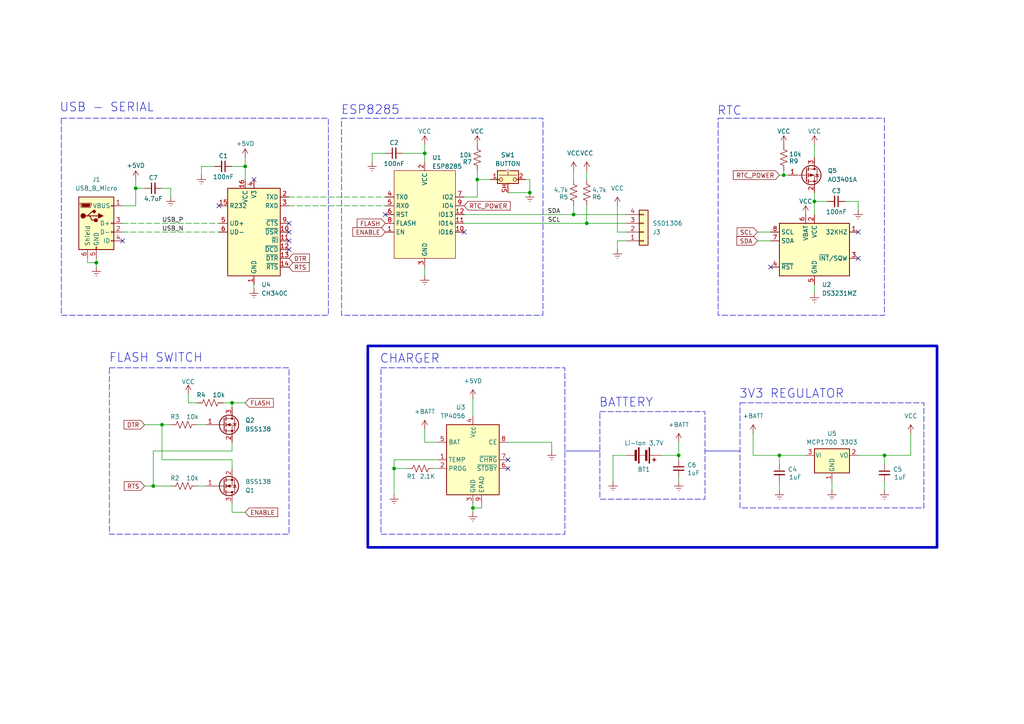
<source format=kicad_sch>
(kicad_sch (version 20250114) (generator "eeschema") (generator_version "9.0")
  (paper "A4")
  (title_block (title "μClock") (date "2025-06-17") (rev "2") (comment 1 "Sirio Guy") (comment 2 "Ultra-precise handheld digital clock. Powered by ESP8285"))
  (lib_symbols
    (symbol "Battery_Management:TP4056-42-ESOP8"
      (property "Reference" "U" (at -6.604 11.684 0))
      (property "Value" "TP4056-42-ESOP8" (at 10.16 11.684 0))
      (symbol "TP4056-42-ESOP8_1_0"
        (pin input line (at -10.16 5.08 0) (length 2.54) (name "CE") (number "8"))
        (pin open_collector line (at -10.16 0 0) (length 2.54) (name "~{CHRG}") (number "7"))
        (pin open_collector line (at -10.16 -2.54 0) (length 2.54) (name "~{STDBY}") (number "6"))
        (pin passive line (at -2.54 -12.7 90) (length 2.54) (name "EPAD") (number "9"))
        (pin power_in line (at 0 12.7 270) (length 2.54) (name "V_{CC}") (number "4"))
        (pin power_in line (at 0 -12.7 90) (length 2.54) (name "GND") (number "3"))
        (pin power_out line (at 10.16 5.08 180) (length 2.54) (name "BAT") (number "5"))
        (pin input line (at 10.16 0 180) (length 2.54) (name "TEMP") (number "1"))
        (pin passive line (at 10.16 -2.54 180) (length 2.54) (name "PROG") (number "2"))
      )
      (symbol "TP4056-42-ESOP8_1_1"
        (rectangle (start -7.62 10.16) (end 7.62 -10.16) (stroke (width 0.254)) (fill (type background)))
      )
    )
    (symbol "Connector:USB_B_Micro" (pin_names (offset 1.016))
      (property "Reference" "J" (at -5.08 11.43 0))
      (property "Value" "USB_B_Micro" (at -5.08 8.89 0))
      (symbol "USB_B_Micro_0_1"
        (rectangle (start -5.08 -7.62) (end 5.08 7.62) (stroke (width 0.254)) (fill (type background)))
        (polyline (pts (xy -4.699 5.842) (xy -4.699 5.588) (xy -4.445 4.826) (xy -4.445 4.572) (xy -1.651 4.572) (xy -1.651 4.826) (xy -1.397 5.588) (xy -1.397 5.842) (xy -4.699 5.842)))
        (polyline (pts (xy -4.318 5.588) (xy -1.778 5.588) (xy -2.032 4.826) (xy -4.064 4.826) (xy -4.318 5.588)) (fill (type outline)))
        (circle (center -3.81 2.159) (radius 0.635) (stroke (width 0.254)) (fill (type outline)))
        (polyline (pts (xy -3.175 2.159) (xy -2.54 2.159) (xy -1.27 3.429) (xy -0.635 3.429)) (stroke (width 0.254)))
        (polyline (pts (xy -2.54 2.159) (xy -1.905 2.159) (xy -1.27 0.889) (xy 0 0.889)) (stroke (width 0.254)))
        (polyline (pts (xy -1.905 2.159) (xy 0.635 2.159)) (stroke (width 0.254)))
        (circle (center -0.635 3.429) (radius 0.381) (stroke (width 0.254)) (fill (type outline)))
        (rectangle (start -0.127 -7.62) (end 0.127 -6.858))
        (rectangle (start 0.254 1.27) (end -0.508 0.508) (stroke (width 0.254)) (fill (type outline)))
        (polyline (pts (xy 0.635 2.794) (xy 0.635 1.524) (xy 1.905 2.159) (xy 0.635 2.794)) (stroke (width 0.254)) (fill (type outline)))
        (rectangle (start 5.08 4.953) (end 4.318 5.207))
        (rectangle (start 5.08 -0.127) (end 4.318 0.127))
        (rectangle (start 5.08 -2.667) (end 4.318 -2.413))
        (rectangle (start 5.08 -5.207) (end 4.318 -4.953))
      )
      (symbol "USB_B_Micro_1_1"
        (pin passive line (at -2.54 -10.16 90) (length 2.54) (name "Shield") (number "6"))
        (pin power_out line (at 0 -10.16 90) (length 2.54) (name "GND") (number "5"))
        (pin power_out line (at 7.62 5.08 180) (length 2.54) (name "VBUS") (number "1"))
        (pin bidirectional line (at 7.62 0 180) (length 2.54) (name "D+") (number "3"))
        (pin bidirectional line (at 7.62 -2.54 180) (length 2.54) (name "D-") (number "2"))
        (pin passive line (at 7.62 -5.08 180) (length 2.54) (name "ID") (number "4"))
      )
    )
    (symbol "Connector_Generic:Conn_01x04" (pin_names (offset 1.016) (hide yes))
      (property "Reference" "J" (at 0 5.08 0))
      (property "Value" "Conn_01x04" (at 0 -7.62 0))
      (symbol "Conn_01x04_1_1"
        (rectangle (start -1.27 3.81) (end 1.27 -6.35) (stroke (width 0.254)) (fill (type background)))
        (rectangle (start -1.27 2.667) (end 0 2.413) (stroke (width 0.1524)))
        (rectangle (start -1.27 0.127) (end 0 -0.127) (stroke (width 0.1524)))
        (rectangle (start -1.27 -2.413) (end 0 -2.667) (stroke (width 0.1524)))
        (rectangle (start -1.27 -4.953) (end 0 -5.207) (stroke (width 0.1524)))
        (pin passive line (at -5.08 2.54 0) (length 3.81) (name "Pin_1") (number "1"))
        (pin passive line (at -5.08 0 0) (length 3.81) (name "Pin_2") (number "2"))
        (pin passive line (at -5.08 -2.54 0) (length 3.81) (name "Pin_3") (number "3"))
        (pin passive line (at -5.08 -5.08 0) (length 3.81) (name "Pin_4") (number "4"))
      )
    )
    (symbol "Device:Battery" (pin_numbers (hide yes)) (pin_names (offset 0) (hide yes))
      (property "Reference" "BT" (at 2.54 2.54 0))
      (property "Value" "Battery" (at 2.54 0 0))
      (symbol "Battery_0_1"
        (rectangle (start -2.286 1.778) (end 2.286 1.524) (fill (type outline)))
        (rectangle (start -2.286 -1.27) (end 2.286 -1.524) (fill (type outline)))
        (rectangle (start -1.524 1.016) (end 1.524 0.508) (fill (type outline)))
        (rectangle (start -1.524 -2.032) (end 1.524 -2.54) (fill (type outline)))
        (polyline (pts (xy 0 1.778) (xy 0 2.54)))
        (polyline (pts (xy 0 0) (xy 0 0.254)))
        (polyline (pts (xy 0 -0.508) (xy 0 -0.254)))
        (polyline (pts (xy 0 -1.016) (xy 0 -0.762)))
        (polyline (pts (xy 0.762 3.048) (xy 1.778 3.048)) (stroke (width 0.254)))
        (polyline (pts (xy 1.27 3.556) (xy 1.27 2.54)) (stroke (width 0.254)))
      )
      (symbol "Battery_1_1"
        (pin passive line (at 0 5.08 270) (length 2.54) (name "+") (number "1"))
        (pin passive line (at 0 -5.08 90) (length 2.54) (name "-") (number "2"))
      )
    )
    (symbol "Device:C_Small" (pin_numbers (hide yes)) (pin_names (offset 0.254) (hide yes))
      (property "Reference" "C" (at 0.254 1.778 0))
      (property "Value" "C_Small" (at 0.254 -2.032 0))
      (symbol "C_Small_0_1"
        (polyline (pts (xy -1.524 0.508) (xy 1.524 0.508)) (stroke (width 0.3048)))
        (polyline (pts (xy -1.524 -0.508) (xy 1.524 -0.508)) (stroke (width 0.3302)))
      )
      (symbol "C_Small_1_1"
        (pin passive line (at 0 2.54 270) (length 2.032) (name "~") (number "1"))
        (pin passive line (at 0 -2.54 90) (length 2.032) (name "~") (number "2"))
      )
    )
    (symbol "Device:R_US" (pin_numbers (hide yes)) (pin_names (offset 0))
      (property "Reference" "R" (at 2.54 0 90))
      (property "Value" "R_US" (at -2.54 0 90))
      (symbol "R_US_0_1"
        (polyline (pts (xy 0 2.286) (xy 0 2.54)))
        (polyline (pts (xy 0 2.286) (xy 1.016 1.905) (xy 0 1.524) (xy -1.016 1.143) (xy 0 0.762)))
        (polyline (pts (xy 0 0.762) (xy 1.016 0.381) (xy 0 0) (xy -1.016 -0.381) (xy 0 -0.762)))
        (polyline (pts (xy 0 -0.762) (xy 1.016 -1.143) (xy 0 -1.524) (xy -1.016 -1.905) (xy 0 -2.286)))
        (polyline (pts (xy 0 -2.286) (xy 0 -2.54)))
      )
      (symbol "R_US_1_1"
        (pin passive line (at 0 3.81 270) (length 1.27) (name "~") (number "1"))
        (pin passive line (at 0 -3.81 90) (length 1.27) (name "~") (number "2"))
      )
    )
    (symbol "ESP Modules:ESP8285_ESP-M3"
      (property "Reference" "U" (at 7.874 17.78 0))
      (property "Value" "ESP8285 ESP-M3" (at -15.748 14.986 0))
      (symbol "ESP8285_ESP-M3_1_1"
        (rectangle (start -8.89 16.51) (end 8.89 -8.89) (fill (type background)))
        (pin input line (at -11.43 8.89 0) (length 2.54) (name "TX0") (number "4"))
        (pin input line (at -11.43 6.35 0) (length 2.54) (name "RX0") (number "5"))
        (pin input line (at -11.43 3.81 0) (length 2.54) (name "RST") (number "6"))
        (pin input line (at -11.43 1.27 0) (length 2.54) (name "FLASH") (number "8"))
        (pin input line (at -11.43 -1.27 0) (length 2.54) (name "EN") (number "1"))
        (pin input line (at 0 19.05 270) (length 2.54) (name "VCC") (number "2"))
        (pin input line (at 0 -11.43 90) (length 2.54) (name "GND") (number "3"))
        (pin input line (at 11.43 8.89 180) (length 2.54) (name "IO2") (number "7"))
        (pin input line (at 11.43 6.35 180) (length 2.54) (name "IO4") (number "9"))
        (pin input line (at 11.43 3.81 180) (length 2.54) (name "IO13") (number "12"))
        (pin input line (at 11.43 1.27 180) (length 2.54) (name "IO14") (number "11"))
        (pin input line (at 11.43 -1.27 180) (length 2.54) (name "IO16") (number "10"))
      )
    )
    (symbol "Interface_USB:CH340C"
      (property "Reference" "U" (at -5.08 13.97 0))
      (property "Value" "CH340C" (at 1.27 13.97 0))
      (symbol "CH340C_0_1"
        (rectangle (start -7.62 12.7) (end 7.62 -12.7) (stroke (width 0.254)) (fill (type background)))
      )
      (symbol "CH340C_1_1"
        (pin input line (at -10.16 7.62 0) (length 2.54) (name "R232") (number "15"))
        (pin bidirectional line (at -10.16 2.54 0) (length 2.54) (name "UD+") (number "5"))
        (pin bidirectional line (at -10.16 0 0) (length 2.54) (name "UD-") (number "6"))
        (pin no_connect line (at -7.62 -5.08 0) (length 2.54) (hide yes) (name "NC") (number "7"))
        (pin no_connect line (at -7.62 -7.62 0) (length 2.54) (hide yes) (name "NC") (number "8"))
        (pin power_in line (at -2.54 15.24 270) (length 2.54) (name "VCC") (number "16"))
        (pin power_out line (at 0 15.24 270) (length 2.54) (name "V3") (number "4"))
        (pin power_in line (at 0 -15.24 90) (length 2.54) (name "GND") (number "1"))
        (pin output line (at 10.16 10.16 180) (length 2.54) (name "TXD") (number "2"))
        (pin input line (at 10.16 7.62 180) (length 2.54) (name "RXD") (number "3"))
        (pin input line (at 10.16 2.54 180) (length 2.54) (name "~{CTS}") (number "9"))
        (pin input line (at 10.16 0 180) (length 2.54) (name "~{DSR}") (number "10"))
        (pin input line (at 10.16 -2.54 180) (length 2.54) (name "~{RI}") (number "11"))
        (pin input line (at 10.16 -5.08 180) (length 2.54) (name "~{DCD}") (number "12"))
        (pin output line (at 10.16 -7.62 180) (length 2.54) (name "~{DTR}") (number "13"))
        (pin output line (at 10.16 -10.16 180) (length 2.54) (name "~{RTS}") (number "14"))
      )
    )
    (symbol "Regulator_Linear:MCP1700x-330xxTT" (pin_names (offset 0.254))
      (property "Reference" "U" (at -3.81 3.175 0))
      (property "Value" "MCP1700x-330xxTT" (at 0 3.175 0))
      (symbol "MCP1700x-330xxTT_0_1"
        (rectangle (start -5.08 1.905) (end 5.08 -5.08) (stroke (width 0.254)) (fill (type background)))
      )
      (symbol "MCP1700x-330xxTT_1_1"
        (pin power_in line (at -7.62 0 0) (length 2.54) (name "VI") (number "3"))
        (pin power_in line (at 0 -7.62 90) (length 2.54) (name "GND") (number "1"))
        (pin power_out line (at 7.62 0 180) (length 2.54) (name "VO") (number "2"))
      )
    )
    (symbol "Switch:SW_Push_Shielded" (pin_names (offset 1.016) (hide yes))
      (property "Reference" "SW" (at 4.318 2.032 0))
      (property "Value" "SW_Push_Shielded" (at 0 4.572 0))
      (symbol "SW_Push_Shielded_0_1"
        (circle (center -2.032 0) (radius 0.508))
        (polyline (pts (xy 0 1.27) (xy 0 3.048)))
        (polyline (pts (xy 0.508 2.54) (xy 3.048 2.54) (xy 3.048 -1.143) (xy -3.048 -1.143) (xy -3.048 2.54) (xy -0.508 2.54)) (stroke (width -0.0254)))
        (polyline (pts (xy 0.508 2.54) (xy 3.048 2.54) (xy 3.048 -1.143) (xy -3.048 -1.143) (xy -3.048 2.54) (xy -0.508 2.54)) (stroke (width 0.254)))
        (circle (center 2.032 0) (radius 0.508))
        (polyline (pts (xy 2.54 1.27) (xy -2.54 1.27)))
        (pin passive line (at -5.08 0 0) (length 2.54) (name "1") (number "1"))
        (pin passive line (at 5.08 0 180) (length 2.54) (name "2") (number "2"))
      )
      (symbol "SW_Push_Shielded_1_1"
        (rectangle (start -3.048 2.54) (end 3.048 -1.27) (stroke (width -0.0254)) (fill (type background)))
        (pin passive line (at 0 -3.81 90) (length 2.54) (name "B") (number "SH"))
      )
    )
    (symbol "Timer_RTC:DS3231MZ"
      (property "Reference" "U" (at -7.62 8.89 0))
      (property "Value" "DS3231MZ" (at 11.43 8.89 0))
      (symbol "DS3231MZ_0_1"
        (rectangle (start -10.16 7.62) (end 10.16 -7.62) (stroke (width 0.254)) (fill (type background)))
      )
      (symbol "DS3231MZ_1_1"
        (pin input line (at -12.7 5.08 0) (length 2.54) (name "SCL") (number "8"))
        (pin bidirectional line (at -12.7 2.54 0) (length 2.54) (name "SDA") (number "7"))
        (pin bidirectional line (at -12.7 -5.08 0) (length 2.54) (name "~{RST}") (number "4"))
        (pin power_in line (at -2.54 10.16 270) (length 2.54) (name "VBAT") (number "6"))
        (pin power_in line (at 0 10.16 270) (length 2.54) (name "VCC") (number "2"))
        (pin power_in line (at 0 -10.16 90) (length 2.54) (name "GND") (number "5"))
        (pin open_collector line (at 12.7 5.08 180) (length 2.54) (name "32KHZ") (number "1"))
        (pin open_collector line (at 12.7 -2.54 180) (length 2.54) (name "~{INT}/SQW") (number "3"))
      )
    )
    (symbol "Transistor_FET:AO3401A" (pin_names (hide yes))
      (property "Reference" "Q" (at 5.08 1.905 0))
      (property "Value" "AO3401A" (at 5.08 0 0))
      (symbol "AO3401A_0_1"
        (polyline (pts (xy 0.254 1.905) (xy 0.254 -1.905)) (stroke (width 0.254)))
        (polyline (pts (xy 0.254 0) (xy -2.54 0)))
        (polyline (pts (xy 0.762 2.286) (xy 0.762 1.27)) (stroke (width 0.254)))
        (polyline (pts (xy 0.762 1.778) (xy 3.302 1.778) (xy 3.302 -1.778) (xy 0.762 -1.778)))
        (polyline (pts (xy 0.762 0.508) (xy 0.762 -0.508)) (stroke (width 0.254)))
        (polyline (pts (xy 0.762 -1.27) (xy 0.762 -2.286)) (stroke (width 0.254)))
        (circle (center 1.651 0) (radius 2.794) (stroke (width 0.254)))
        (polyline (pts (xy 2.286 0) (xy 1.27 0.381) (xy 1.27 -0.381) (xy 2.286 0)) (fill (type outline)))
        (polyline (pts (xy 2.54 2.54) (xy 2.54 1.778)))
        (circle (center 2.54 1.778) (radius 0.254) (fill (type outline)))
        (circle (center 2.54 -1.778) (radius 0.254) (fill (type outline)))
        (polyline (pts (xy 2.54 -2.54) (xy 2.54 0) (xy 0.762 0)))
        (polyline (pts (xy 2.794 -0.508) (xy 2.921 -0.381) (xy 3.683 -0.381) (xy 3.81 -0.254)))
        (polyline (pts (xy 3.302 -0.381) (xy 2.921 0.254) (xy 3.683 0.254) (xy 3.302 -0.381)))
      )
      (symbol "AO3401A_1_1"
        (pin input line (at -5.08 0 0) (length 2.54) (name "G") (number "1"))
        (pin passive line (at 2.54 5.08 270) (length 2.54) (name "D") (number "3"))
        (pin passive line (at 2.54 -5.08 90) (length 2.54) (name "S") (number "2"))
      )
    )
    (symbol "Transistor_FET:BSS138" (pin_names (hide yes))
      (property "Reference" "Q" (at 5.08 1.905 0))
      (property "Value" "BSS138" (at 5.08 0 0))
      (symbol "BSS138_0_1"
        (polyline (pts (xy 0.254 1.905) (xy 0.254 -1.905)) (stroke (width 0.254)))
        (polyline (pts (xy 0.254 0) (xy -2.54 0)))
        (polyline (pts (xy 0.762 2.286) (xy 0.762 1.27)) (stroke (width 0.254)))
        (polyline (pts (xy 0.762 0.508) (xy 0.762 -0.508)) (stroke (width 0.254)))
        (polyline (pts (xy 0.762 -1.27) (xy 0.762 -2.286)) (stroke (width 0.254)))
        (polyline (pts (xy 0.762 -1.778) (xy 3.302 -1.778) (xy 3.302 1.778) (xy 0.762 1.778)))
        (polyline (pts (xy 1.016 0) (xy 2.032 0.381) (xy 2.032 -0.381) (xy 1.016 0)) (fill (type outline)))
        (circle (center 1.651 0) (radius 2.794) (stroke (width 0.254)))
        (polyline (pts (xy 2.54 2.54) (xy 2.54 1.778)))
        (circle (center 2.54 1.778) (radius 0.254) (fill (type outline)))
        (circle (center 2.54 -1.778) (radius 0.254) (fill (type outline)))
        (polyline (pts (xy 2.54 -2.54) (xy 2.54 0) (xy 0.762 0)))
        (polyline (pts (xy 2.794 0.508) (xy 2.921 0.381) (xy 3.683 0.381) (xy 3.81 0.254)))
        (polyline (pts (xy 3.302 0.381) (xy 2.921 -0.254) (xy 3.683 -0.254) (xy 3.302 0.381)))
      )
      (symbol "BSS138_1_1"
        (pin input line (at -5.08 0 0) (length 2.54) (name "G") (number "1"))
        (pin passive line (at 2.54 5.08 270) (length 2.54) (name "D") (number "3"))
        (pin passive line (at 2.54 -5.08 90) (length 2.54) (name "S") (number "2"))
      )
    )
    (symbol "power:+5VD" (power) (pin_numbers (hide yes)) (pin_names (offset 0) (hide yes))
      (property "Value" "+5VD" (at 0 3.556 0))
      (symbol "+5VD_0_1"
        (polyline (pts (xy -0.762 1.27) (xy 0 2.54)))
        (polyline (pts (xy 0 2.54) (xy 0.762 1.27)))
        (polyline (pts (xy 0 0) (xy 0 2.54)))
      )
      (symbol "+5VD_1_1"
        (pin power_in line (at 0 0 90) (length 0) (name "~") (number "1"))
      )
    )
    (symbol "power:+BATT" (power) (pin_numbers (hide yes)) (pin_names (offset 0) (hide yes))
      (property "Value" "+BATT" (at 0 3.556 0))
      (symbol "+BATT_0_1"
        (polyline (pts (xy -0.762 1.27) (xy 0 2.54)))
        (polyline (pts (xy 0 2.54) (xy 0.762 1.27)))
        (polyline (pts (xy 0 0) (xy 0 2.54)))
      )
      (symbol "+BATT_1_1"
        (pin power_in line (at 0 0 90) (length 0) (name "~") (number "1"))
      )
    )
    (symbol "power:Earth" (power) (pin_numbers (hide yes)) (pin_names (offset 0) (hide yes))
      (property "Value" "Earth" (at 0 -3.81 0))
      (symbol "Earth_0_1"
        (polyline (pts (xy -0.635 -1.905) (xy 0.635 -1.905)))
        (polyline (pts (xy -0.127 -2.54) (xy 0.127 -2.54)))
        (polyline (pts (xy 0 -1.27) (xy 0 0)))
        (polyline (pts (xy 1.27 -1.27) (xy -1.27 -1.27)))
      )
      (symbol "Earth_1_1"
        (pin power_in line (at 0 0 270) (length 0) (name "~") (number "1"))
      )
    )
    (symbol "power:VCC" (power) (pin_numbers (hide yes)) (pin_names (offset 0) (hide yes))
      (property "Value" "VCC" (at 0 3.556 0))
      (symbol "VCC_0_1"
        (polyline (pts (xy -0.762 1.27) (xy 0 2.54)))
        (polyline (pts (xy 0 2.54) (xy 0.762 1.27)))
        (polyline (pts (xy 0 0) (xy 0 2.54)))
      )
      (symbol "VCC_1_1"
        (pin power_in line (at 0 0 90) (length 0) (name "~") (number "1"))
      )
    )
  )
  (rectangle (start 17.78 34.29) (end 95.25 91.44) (stroke (width 0) (type dash)))
  (rectangle (start 208.28 34.29) (end 256.54 91.44) (stroke (width 0) (type dash)))
  (rectangle (start 110.49 106.68) (end 163.83 154.94) (stroke (width 0) (type dash)))
  (rectangle (start 214.63 116.84) (end 267.97 147.32) (stroke (width 0) (type dash)))
  (rectangle (start 106.68 100.33) (end 271.78 158.75) (stroke (width 0.762)))
  (rectangle (start 173.99 119.38) (end 204.47 144.78) (stroke (width 0) (type dash)))
  (rectangle (start 99.06 34.29) (end 157.48 91.44) (stroke (width 0) (type dash)))
  (rectangle (start 31.75 106.68) (end 83.82 154.94) (stroke (width 0) (type dash)))
  (text "CHARGER" (at 118.872 104.14 0) (effects (font (size 2.54 2.54))))
  (text "USB - SERIAL" (at 30.988 31.242 0) (effects (font (size 2.54 2.54))))
  (text "RTC" (at 211.582 32.258 0) (effects (font (size 2.54 2.54))))
  (text "ESP8285\n" (at 107.442 32.004 0) (effects (font (size 2.54 2.54))))
  (text "3V3 REGULATOR\n" (at 229.616 114.3 0) (effects (font (size 2.54 2.54))))
  (text "BATTERY\n" (at 181.61 116.84 0) (effects (font (size 2.54 2.54))))
  (text "FLASH SWITCH\n" (at 45.212 103.886 0) (effects (font (size 2.54 2.54))))
  (junction (at 27.94 76.2))
  (junction (at 46.99 123.19))
  (junction (at 123.19 44.45))
  (junction (at 39.37 54.61))
  (junction (at 170.18 64.77))
  (junction (at 71.12 48.26))
  (junction (at 44.45 140.97))
  (junction (at 138.43 52.07))
  (junction (at 114.3 135.89))
  (junction (at 153.67 55.88))
  (junction (at 226.06 132.08))
  (junction (at 166.37 62.23))
  (junction (at 256.54 132.08))
  (junction (at 236.22 58.42))
  (junction (at 137.16 147.32))
  (junction (at 227.33 50.8))
  (junction (at 196.85 132.08))
  (junction (at 67.31 116.84))
  (no_connect (at 223.52 77.47))
  (no_connect (at 147.32 135.89))
  (no_connect (at 73.66 52.07))
  (no_connect (at 35.56 69.85))
  (no_connect (at 111.76 62.23))
  (no_connect (at 147.32 133.35))
  (no_connect (at 63.5 59.69))
  (no_connect (at 83.82 67.31))
  (no_connect (at 83.82 69.85))
  (no_connect (at 83.82 72.39))
  (no_connect (at 248.92 74.93))
  (no_connect (at 248.92 67.31))
  (no_connect (at 134.62 67.31))
  (no_connect (at 83.82 64.77))
  (wire (pts (xy 123.19 128.27) (xy 127 128.27)))
  (wire (pts (xy 35.56 64.77) (xy 63.5 64.77)) (stroke (width 0) (type dash)))
  (wire (pts (xy 160.02 128.27) (xy 160.02 130.81)))
  (wire (pts (xy 166.37 59.69) (xy 166.37 62.23)))
  (wire (pts (xy 134.62 62.23) (xy 166.37 62.23)))
  (polyline (pts (xy 163.83 130.81) (xy 173.99 130.81)))
  (wire (pts (xy 57.15 123.19) (xy 59.69 123.19)))
  (wire (pts (xy 71.12 48.26) (xy 71.12 52.07)))
  (wire (pts (xy 170.18 59.69) (xy 170.18 64.77)))
  (wire (pts (xy 218.44 132.08) (xy 226.06 132.08)))
  (wire (pts (xy 114.3 133.35) (xy 127 133.35)))
  (wire (pts (xy 256.54 132.08) (xy 264.16 132.08)))
  (wire (pts (xy 227.33 49.53) (xy 227.33 50.8)))
  (wire (pts (xy 137.16 115.57) (xy 137.16 120.65)))
  (wire (pts (xy 245.11 58.42) (xy 248.92 58.42)))
  (wire (pts (xy 236.22 55.88) (xy 236.22 58.42)))
  (wire (pts (xy 248.92 132.08) (xy 256.54 132.08)))
  (wire (pts (xy 134.62 64.77) (xy 170.18 64.77)))
  (wire (pts (xy 241.3 139.7) (xy 241.3 142.24)))
  (wire (pts (xy 39.37 59.69) (xy 39.37 54.61)))
  (wire (pts (xy 46.99 54.61) (xy 49.53 54.61)))
  (wire (pts (xy 181.61 67.31) (xy 179.07 67.31)))
  (wire (pts (xy 114.3 143.51) (xy 114.3 135.89)))
  (wire (pts (xy 123.19 124.46) (xy 123.19 128.27)))
  (wire (pts (xy 67.31 135.89) (xy 67.31 133.35)))
  (wire (pts (xy 236.22 82.55) (xy 236.22 85.09)))
  (wire (pts (xy 147.32 128.27) (xy 160.02 128.27)))
  (wire (pts (xy 123.19 44.45) (xy 123.19 46.99)))
  (wire (pts (xy 196.85 138.43) (xy 196.85 139.7)))
  (wire (pts (xy 41.91 54.61) (xy 39.37 54.61)))
  (wire (pts (xy 41.91 123.19) (xy 46.99 123.19)))
  (wire (pts (xy 226.06 139.7) (xy 226.06 142.24)))
  (wire (pts (xy 67.31 148.59) (xy 67.31 146.05)))
  (wire (pts (xy 179.07 67.31) (xy 179.07 59.69)))
  (wire (pts (xy 248.92 58.42) (xy 248.92 60.96)))
  (wire (pts (xy 166.37 62.23) (xy 181.61 62.23)))
  (wire (pts (xy 264.16 132.08) (xy 264.16 125.73)))
  (wire (pts (xy 147.32 55.88) (xy 153.67 55.88)))
  (wire (pts (xy 138.43 49.53) (xy 138.43 52.07)))
  (wire (pts (xy 196.85 128.27) (xy 196.85 132.08)))
  (wire (pts (xy 107.95 44.45) (xy 107.95 46.99)))
  (wire (pts (xy 54.61 116.84) (xy 54.61 114.3)))
  (wire (pts (xy 137.16 146.05) (xy 137.16 147.32)))
  (wire (pts (xy 152.4 52.07) (xy 153.67 52.07)))
  (wire (pts (xy 138.43 52.07) (xy 142.24 52.07)))
  (wire (pts (xy 218.44 125.73) (xy 218.44 132.08)))
  (wire (pts (xy 196.85 132.08) (xy 196.85 133.35)))
  (polyline (pts (xy 204.47 130.81) (xy 214.63 130.81)))
  (wire (pts (xy 57.15 116.84) (xy 54.61 116.84)))
  (wire (pts (xy 114.3 135.89) (xy 114.3 133.35)))
  (wire (pts (xy 236.22 58.42) (xy 240.03 58.42)))
  (wire (pts (xy 46.99 133.35) (xy 46.99 123.19)))
  (wire (pts (xy 219.71 67.31) (xy 223.52 67.31)))
  (wire (pts (xy 138.43 57.15) (xy 134.62 57.15)))
  (wire (pts (xy 71.12 116.84) (xy 67.31 116.84)))
  (wire (pts (xy 39.37 52.07) (xy 39.37 54.61)))
  (wire (pts (xy 25.4 76.2) (xy 27.94 76.2)))
  (wire (pts (xy 170.18 64.77) (xy 181.61 64.77)))
  (wire (pts (xy 256.54 139.7) (xy 256.54 142.24)))
  (wire (pts (xy 67.31 133.35) (xy 46.99 133.35)))
  (wire (pts (xy 123.19 77.47) (xy 123.19 80.01)))
  (wire (pts (xy 236.22 58.42) (xy 236.22 62.23)))
  (wire (pts (xy 139.7 146.05) (xy 139.7 147.32)))
  (wire (pts (xy 35.56 67.31) (xy 63.5 67.31)) (stroke (width 0) (type dash)))
  (wire (pts (xy 114.3 135.89) (xy 118.11 135.89)))
  (wire (pts (xy 44.45 130.81) (xy 67.31 130.81)))
  (wire (pts (xy 58.42 48.26) (xy 62.23 48.26)))
  (wire (pts (xy 46.99 123.19) (xy 49.53 123.19)))
  (wire (pts (xy 67.31 128.27) (xy 67.31 130.81)))
  (wire (pts (xy 64.77 116.84) (xy 67.31 116.84)))
  (wire (pts (xy 177.8 139.7) (xy 177.8 132.08)))
  (wire (pts (xy 116.84 44.45) (xy 123.19 44.45)))
  (wire (pts (xy 191.77 132.08) (xy 196.85 132.08)))
  (wire (pts (xy 41.91 140.97) (xy 44.45 140.97)))
  (wire (pts (xy 137.16 147.32) (xy 137.16 148.59)))
  (wire (pts (xy 219.71 69.85) (xy 223.52 69.85)))
  (wire (pts (xy 179.07 69.85) (xy 179.07 72.39)))
  (wire (pts (xy 256.54 134.62) (xy 256.54 132.08)))
  (wire (pts (xy 27.94 74.93) (xy 27.94 76.2)))
  (wire (pts (xy 57.15 140.97) (xy 59.69 140.97)))
  (wire (pts (xy 139.7 147.32) (xy 137.16 147.32)))
  (wire (pts (xy 58.42 48.26) (xy 58.42 50.8)))
  (wire (pts (xy 181.61 69.85) (xy 179.07 69.85)))
  (wire (pts (xy 71.12 148.59) (xy 67.31 148.59)))
  (wire (pts (xy 153.67 52.07) (xy 153.67 55.88)))
  (wire (pts (xy 226.06 50.8) (xy 227.33 50.8)))
  (wire (pts (xy 227.33 50.8) (xy 228.6 50.8)))
  (wire (pts (xy 170.18 49.53) (xy 170.18 52.07)))
  (wire (pts (xy 125.73 135.89) (xy 127 135.89)))
  (wire (pts (xy 166.37 49.53) (xy 166.37 52.07)))
  (wire (pts (xy 83.82 57.15) (xy 111.76 57.15)) (stroke (width 0) (type dash)))
  (wire (pts (xy 44.45 130.81) (xy 44.45 140.97)))
  (wire (pts (xy 71.12 45.72) (xy 71.12 48.26)))
  (wire (pts (xy 35.56 59.69) (xy 39.37 59.69)))
  (wire (pts (xy 67.31 48.26) (xy 71.12 48.26)))
  (wire (pts (xy 123.19 41.91) (xy 123.19 44.45)))
  (wire (pts (xy 67.31 118.11) (xy 67.31 116.84)))
  (wire (pts (xy 25.4 74.93) (xy 25.4 76.2)))
  (wire (pts (xy 138.43 52.07) (xy 138.43 57.15)))
  (wire (pts (xy 83.82 59.69) (xy 111.76 59.69)) (stroke (width 0) (type dash)))
  (wire (pts (xy 177.8 132.08) (xy 181.61 132.08)))
  (wire (pts (xy 27.94 76.2) (xy 27.94 77.47)))
  (wire (pts (xy 111.76 44.45) (xy 107.95 44.45)))
  (wire (pts (xy 44.45 140.97) (xy 49.53 140.97)))
  (wire (pts (xy 49.53 54.61) (xy 49.53 57.15)))
  (wire (pts (xy 236.22 41.91) (xy 236.22 45.72)))
  (wire (pts (xy 73.66 83.82) (xy 73.66 82.55)))
  (wire (pts (xy 226.06 134.62) (xy 226.06 132.08)))
  (wire (pts (xy 226.06 132.08) (xy 233.68 132.08)))
  (label "SDA" (at 162.56 62.23 180))
  (label "USB_P" (at 46.99 64.77 0))
  (label "SCL" (at 162.56 64.77 180))
  (label "USB_N" (at 46.99 67.31 0))
  (global_label "RTC_POWER" (shape input) (at 134.62 59.69 0) (property "Intersheetrefs" "${INTERSHEET_REFS}" (effects (hide yes))))
  (global_label "DTR" (shape input) (at 41.91 123.19 180) (property "Intersheetrefs" "${INTERSHEET_REFS}" (effects (hide yes))))
  (global_label "FLASH" (shape input) (at 71.12 116.84 0) (property "Intersheetrefs" "${INTERSHEET_REFS}" (effects (hide yes))))
  (global_label "RTS" (shape input) (at 41.91 140.97 180) (property "Intersheetrefs" "${INTERSHEET_REFS}" (effects (hide yes))))
  (global_label "SDA" (shape input) (at 219.71 69.85 180) (property "Intersheetrefs" "${INTERSHEET_REFS}" (effects (hide yes))))
  (global_label "RTC_POWER" (shape input) (at 226.06 50.8 180) (property "Intersheetrefs" "${INTERSHEET_REFS}" (effects (hide yes))))
  (global_label "RTS" (shape input) (at 83.82 77.47 0) (property "Intersheetrefs" "${INTERSHEET_REFS}" (effects (hide yes))))
  (global_label "DTR" (shape input) (at 83.82 74.93 0) (property "Intersheetrefs" "${INTERSHEET_REFS}" (effects (hide yes))))
  (global_label "FLASH" (shape input) (at 111.76 64.77 180) (property "Intersheetrefs" "${INTERSHEET_REFS}" (effects (hide yes))))
  (global_label "ENABLE" (shape input) (at 71.12 148.59 0) (property "Intersheetrefs" "${INTERSHEET_REFS}" (effects (hide yes))))
  (global_label "SCL" (shape input) (at 219.71 67.31 180) (property "Intersheetrefs" "${INTERSHEET_REFS}" (effects (hide yes))))
  (global_label "ENABLE" (shape input) (at 111.76 67.31 180) (property "Intersheetrefs" "${INTERSHEET_REFS}" (effects (hide yes))))
  (symbol (lib_id "Device:R_US") (at 121.92 135.89 90) (unit 1)
    (property "Reference" "R1" (at 120.65 138.176 90) (effects (justify left)))
    (property "Value" "2.1K" (at 126.238 138.176 90) (effects (justify left)))
    (property "Footprint" "Resistor_SMD:R_0603_1608Metric_Pad0.98x0.95mm_HandSolder" (effects (hide yes)))
    (property "Description" "Resistor, US symbol" (effects (hide yes)))
  )
  (symbol (lib_id "power:VCC") (at 227.33 41.91 0) (unit 1)
    (property "Reference" "#PWR027" (effects (hide yes)))
    (property "Value" "VCC" (at 227.33 38.1 0))
    (property "Description" "Power symbol creates a global label with name \"VCC\"" (effects (hide yes)))
  )
  (symbol (lib_id "power:Earth") (at 73.66 83.82 0) (unit 1)
    (property "Reference" "#PWR039" (effects (hide yes)))
    (property "Value" "Earth" (effects (hide yes)))
    (property "Description" "Power symbol creates a global label with name \"Earth\"" (effects (hide yes)))
  )
  (symbol (lib_id "power:Earth") (at 226.06 142.24 0) (mirror y) (unit 1)
    (property "Reference" "#PWR029" (effects (hide yes)))
    (property "Value" "Earth" (effects (hide yes)))
    (property "Description" "Power symbol creates a global label with name \"Earth\"" (effects (hide yes)))
  )
  (symbol (lib_id "power:Earth") (at 114.3 143.51 0) (unit 1)
    (property "Reference" "#PWR6" (effects (hide yes)))
    (property "Value" "Earth" (effects (hide yes)))
    (property "Description" "Power symbol creates a global label with name \"Earth\"" (effects (hide yes)))
  )
  (symbol (lib_id "power:VCC") (at 54.61 114.3 0) (unit 1)
    (property "Reference" "#PWR023" (effects (hide yes)))
    (property "Value" "VCC" (at 54.61 110.744 0))
    (property "Description" "Power symbol creates a global label with name \"VCC\"" (effects (hide yes)))
  )
  (symbol (lib_id "power:VCC") (at 264.16 125.73 0) (unit 1)
    (property "Reference" "#PWR11" (effects (hide yes)))
    (property "Value" "VCC" (at 264.16 120.65 0))
    (property "Description" "Power symbol creates a global label with name \"VCC\"" (effects (hide yes)))
  )
  (symbol (lib_id "power:Earth") (at 196.85 139.7 0) (unit 1)
    (property "Reference" "#PWR028" (effects (hide yes)))
    (property "Value" "Earth" (effects (hide yes)))
    (property "Description" "Power symbol creates a global label with name \"Earth\"" (effects (hide yes)))
  )
  (symbol (lib_id "power:Earth") (at 58.42 50.8 0) (mirror y) (unit 1)
    (property "Reference" "#PWR037" (effects (hide yes)))
    (property "Value" "Earth" (effects (hide yes)))
    (property "Description" "Power symbol creates a global label with name \"Earth\"" (effects (hide yes)))
  )
  (symbol (lib_id "Regulator_Linear:MCP1700x-330xxTT") (at 241.3 132.08 0) (unit 1)
    (property "Reference" "U5" (at 241.3 125.73 0))
    (property "Value" "MCP1700 3303" (at 241.3 128.27 0))
    (property "Footprint" "Package_TO_SOT_SMD:SOT-23" (effects (hide yes)))
    (property "Datasheet" "http://ww1.microchip.com/downloads/en/DeviceDoc/20001826D.pdf" (effects (hide yes)))
    (property "Description" "250mA Low Quiscent Current LDO, 3.3V output, SOT-23" (effects (hide yes)))
  )
  (symbol (lib_id "Device:C_Small") (at 114.3 44.45 90) (unit 1)
    (property "Reference" "C2" (at 114.3 41.402 90))
    (property "Value" "100nF" (at 114.3 47.498 90))
    (property "Footprint" "Capacitor_SMD:C_0603_1608Metric_Pad1.08x0.95mm_HandSolder" (effects (hide yes)))
    (property "Description" "Unpolarized capacitor, small symbol" (effects (hide yes)))
  )
  (symbol (lib_id "power:Earth") (at 107.95 46.99 0) (unit 1)
    (property "Reference" "#PWR024" (effects (hide yes)))
    (property "Value" "Earth" (effects (hide yes)))
    (property "Description" "Power symbol creates a global label with name \"Earth\"" (effects (hide yes)))
  )
  (symbol (lib_id "Device:C_Small") (at 242.57 58.42 270) (mirror x) (unit 1)
    (property "Reference" "C3" (at 242.57 55.372 90))
    (property "Value" "100nF" (at 242.57 61.468 90))
    (property "Footprint" "Capacitor_SMD:C_0603_1608Metric_Pad1.08x0.95mm_HandSolder" (effects (hide yes)))
    (property "Description" "Unpolarized capacitor, small symbol" (effects (hide yes)))
  )
  (symbol (lib_id "Device:C_Small") (at 196.85 135.89 0) (mirror y) (unit 1)
    (property "Reference" "C6" (at 200.66 134.874 0))
    (property "Value" "1uF" (at 201.168 137.16 0))
    (property "Footprint" "Capacitor_SMD:C_0603_1608Metric_Pad1.08x0.95mm_HandSolder" (effects (hide yes)))
    (property "Description" "Unpolarized capacitor, small symbol" (effects (hide yes)))
  )
  (symbol (lib_id "power:VCC") (at 170.18 49.53 0) (unit 1)
    (property "Reference" "#PWR17" (effects (hide yes)))
    (property "Value" "VCC" (at 170.18 44.45 0))
    (property "Description" "Power symbol creates a global label with name \"VCC\"" (effects (hide yes)))
  )
  (symbol (lib_id "Device:R_US") (at 166.37 55.88 180) (unit 1)
    (property "Reference" "R5" (at 164.846 57.15 0) (effects (justify left)))
    (property "Value" "4.7k" (at 164.846 55.118 0) (effects (justify left)))
    (property "Footprint" "Resistor_SMD:R_0603_1608Metric_Pad0.98x0.95mm_HandSolder" (effects (hide yes)))
    (property "Description" "Resistor, US symbol" (effects (hide yes)))
  )
  (symbol (lib_id "Device:C_Small") (at 256.54 137.16 0) (mirror y) (unit 1)
    (property "Reference" "C5" (at 260.35 136.144 0))
    (property "Value" "1uF" (at 261.112 138.43 0))
    (property "Footprint" "Capacitor_SMD:C_0603_1608Metric_Pad1.08x0.95mm_HandSolder" (effects (hide yes)))
    (property "Description" "Unpolarized capacitor, small symbol" (effects (hide yes)))
  )
  (symbol (lib_id "power:VCC") (at 166.37 49.53 0) (unit 1)
    (property "Reference" "#PWR18" (effects (hide yes)))
    (property "Value" "VCC" (at 166.37 44.45 0))
    (property "Description" "Power symbol creates a global label with name \"VCC\"" (effects (hide yes)))
  )
  (symbol (lib_id "Connector:USB_B_Micro") (at 27.94 64.77 0) (unit 1)
    (property "Reference" "J1" (at 27.94 52.07 0))
    (property "Value" "USB_B_Micro" (at 27.94 54.61 0))
    (property "Footprint" "Connector_USB:USB_Micro-B_Amphenol_10104110_Horizontal" (effects (hide yes)))
    (property "Description" "USB Micro Type B connector" (effects (hide yes)))
  )
  (symbol (lib_id "Device:C_Small") (at 64.77 48.26 270) (mirror x) (unit 1)
    (property "Reference" "C1" (at 64.77 45.212 90))
    (property "Value" "100nF" (at 64.77 51.308 90))
    (property "Footprint" "Capacitor_SMD:C_0603_1608Metric_Pad1.08x0.95mm_HandSolder" (effects (hide yes)))
    (property "Description" "Unpolarized capacitor, small symbol" (effects (hide yes)))
  )
  (symbol (lib_id "Device:Battery") (at 186.69 132.08 270) (unit 1)
    (property "Reference" "BT1" (at 184.912 136.144 90) (effects (justify left)))
    (property "Value" "Li-Ion 3.7V" (at 181.102 128.524 90) (effects (justify left)))
    (property "Footprint" "Connector_JST:JST_PH_B2B-PH-K_1x02_P2.00mm_Vertical" (effects (hide yes)))
    (property "Description" "Multiple-cell battery" (effects (hide yes)))
  )
  (symbol (lib_id "power:Earth") (at 153.67 55.88 0) (unit 1)
    (property "Reference" "#PWR19" (effects (hide yes)))
    (property "Value" "Earth" (effects (hide yes)))
    (property "Description" "Power symbol creates a global label with name \"Earth\"" (effects (hide yes)))
  )
  (symbol (lib_id "power:Earth") (at 49.53 57.15 0) (unit 1)
    (property "Reference" "#PWR031" (effects (hide yes)))
    (property "Value" "Earth" (effects (hide yes)))
    (property "Description" "Power symbol creates a global label with name \"Earth\"" (effects (hide yes)))
  )
  (symbol (lib_id "power:Earth") (at 123.19 80.01 0) (unit 1)
    (property "Reference" "#PWR14" (effects (hide yes)))
    (property "Value" "Earth" (effects (hide yes)))
    (property "Description" "Power symbol creates a global label with name \"Earth\"" (effects (hide yes)))
  )
  (symbol (lib_id "power:+5VD") (at 39.37 52.07 0) (unit 1)
    (property "Reference" "#PWR3" (effects (hide yes)))
    (property "Value" "+5VD" (at 39.37 48.006 0))
    (property "Description" "Power symbol creates a global label with name \"+5VD\"" (effects (hide yes)))
  )
  (symbol (lib_id "power:+BATT") (at 218.44 125.73 0) (unit 1)
    (property "Reference" "#PWR01" (effects (hide yes)))
    (property "Value" "+BATT" (at 218.44 120.65 0))
    (property "Description" "Power symbol creates a global label with name \"+BATT\"" (effects (hide yes)))
  )
  (symbol (lib_id "power:+5VD") (at 71.12 45.72 0) (unit 1)
    (property "Reference" "#PWR04" (effects (hide yes)))
    (property "Value" "+5VD" (at 71.12 41.656 0))
    (property "Description" "Power symbol creates a global label with name \"+5VD\"" (effects (hide yes)))
  )
  (symbol (lib_id "power:VCC") (at 236.22 41.91 0) (unit 1)
    (property "Reference" "#PWR020" (effects (hide yes)))
    (property "Value" "VCC" (at 236.22 38.1 0))
    (property "Description" "Power symbol creates a global label with name \"VCC\"" (effects (hide yes)))
  )
  (symbol (lib_id "power:+BATT") (at 123.19 124.46 0) (unit 1)
    (property "Reference" "#PWR033" (effects (hide yes)))
    (property "Value" "+BATT" (at 123.19 119.38 0))
    (property "Description" "Power symbol creates a global label with name \"+BATT\"" (effects (hide yes)))
  )
  (symbol (lib_id "Device:R_US") (at 138.43 45.72 180) (unit 1)
    (property "Reference" "R7" (at 136.906 46.99 0) (effects (justify left)))
    (property "Value" "10k" (at 136.906 44.958 0) (effects (justify left)))
    (property "Footprint" "Resistor_SMD:R_0603_1608Metric_Pad0.98x0.95mm_HandSolder" (effects (hide yes)))
    (property "Description" "Resistor, US symbol" (effects (hide yes)))
  )
  (symbol (lib_id "Transistor_FET:BSS138") (at 64.77 123.19 0) (unit 1)
    (property "Reference" "Q2" (at 71.12 121.9199 0) (effects (justify left)))
    (property "Value" "BSS138" (at 71.12 124.4599 0) (effects (justify left)))
    (property "Footprint" "Package_TO_SOT_SMD:SOT-23" (effects (hide yes)))
    (property "Datasheet" "https://www.onsemi.com/pub/Collateral/BSS138-D.PDF" (effects (hide yes)))
    (property "Description" "50V Vds, 0.22A Id, N-Channel MOSFET, SOT-23" (effects (hide yes)))
  )
  (symbol (lib_id "power:Earth") (at 27.94 77.47 0) (unit 1)
    (property "Reference" "#PWR2" (effects (hide yes)))
    (property "Value" "Earth" (effects (hide yes)))
    (property "Description" "Power symbol creates a global label with name \"Earth\"" (effects (hide yes)))
  )
  (symbol (lib_id "Interface_USB:CH340C") (at 73.66 67.31 0) (unit 1)
    (property "Reference" "U4" (at 75.8033 82.55 0) (effects (justify left)))
    (property "Value" "CH340C" (at 75.8033 85.09 0) (effects (justify left)))
    (property "Footprint" "Package_SO:SOIC-16_3.9x9.9mm_P1.27mm" (effects (hide yes)))
    (property "Datasheet" "https://datasheet.lcsc.com/szlcsc/Jiangsu-Qin-Heng-CH340C_C84681.pdf" (effects (hide yes)))
    (property "Description" "USB serial converter, crystal-less, UART, SOIC-16" (effects (hide yes)))
  )
  (symbol (lib_id "Device:R_US") (at 60.96 116.84 90) (unit 1)
    (property "Reference" "R4" (at 59.69 114.554 90) (effects (justify left)))
    (property "Value" "10k" (at 65.278 114.554 90) (effects (justify left)))
    (property "Footprint" "Resistor_SMD:R_0603_1608Metric_Pad0.98x0.95mm_HandSolder" (effects (hide yes)))
    (property "Description" "Resistor, US symbol" (effects (hide yes)))
  )
  (symbol (lib_id "power:VCC") (at 233.68 62.23 0) (unit 1)
    (property "Reference" "#PWR032" (effects (hide yes)))
    (property "Value" "VCC" (at 233.68 58.42 0))
    (property "Description" "Power symbol creates a global label with name \"VCC\"" (effects (hide yes)))
  )
  (symbol (lib_id "Timer_RTC:DS3231MZ") (at 236.22 72.39 0) (unit 1)
    (property "Reference" "U2" (at 238.3633 82.55 0) (effects (justify left)))
    (property "Value" "DS3231MZ" (at 238.3633 85.09 0) (effects (justify left)))
    (property "Footprint" "Package_SO:SOIC-8_3.9x4.9mm_P1.27mm" (effects (hide yes)))
    (property "Datasheet" "http://datasheets.maximintegrated.com/en/ds/DS3231M.pdf" (effects (hide yes)))
    (property "Description" "±5ppm, I2C Real-Time Clock SOIC-8" (effects (hide yes)))
  )
  (symbol (lib_id "power:Earth") (at 241.3 142.24 0) (unit 1)
    (property "Reference" "#PWR10" (effects (hide yes)))
    (property "Value" "Earth" (effects (hide yes)))
    (property "Description" "Power symbol creates a global label with name \"Earth\"" (effects (hide yes)))
  )
  (symbol (lib_id "power:VCC") (at 138.43 41.91 0) (unit 1)
    (property "Reference" "#PWR034" (effects (hide yes)))
    (property "Value" "VCC" (at 138.43 38.1 0))
    (property "Description" "Power symbol creates a global label with name \"VCC\"" (effects (hide yes)))
  )
  (symbol (lib_id "Switch:SW_Push_Shielded") (at 147.32 52.07 0) (unit 1)
    (property "Reference" "SW1" (at 147.32 44.958 0))
    (property "Value" "BUTTON" (at 147.32 47.498 0))
    (property "Footprint" "Button_Switch_SMD:SW_PUSH_ANGLED_SMD" (effects (hide yes)))
    (property "Description" "Generic push-button switch, two contact pins and shield pin(s)" (effects (hide yes)))
  )
  (symbol (lib_id "Transistor_FET:AO3401A") (at 233.68 50.8 0) (unit 1)
    (property "Reference" "Q5" (at 240.03 49.5299 0) (effects (justify left)))
    (property "Value" "AO3401A" (at 240.03 52.0699 0) (effects (justify left)))
    (property "Footprint" "Package_TO_SOT_SMD:SOT-23" (effects (hide yes)))
    (property "Datasheet" "http://www.aosmd.com/pdfs/datasheet/AO3401A.pdf" (effects (hide yes)))
    (property "Description" "-4.0A Id, -30V Vds, P-Channel MOSFET, SOT-23" (effects (hide yes)))
  )
  (symbol (lib_id "Device:C_Small") (at 44.45 54.61 90) (unit 1)
    (property "Reference" "C7" (at 44.45 51.562 90))
    (property "Value" "4.7uF" (at 44.45 57.658 90))
    (property "Footprint" "Capacitor_SMD:C_0603_1608Metric_Pad1.08x0.95mm_HandSolder" (effects (hide yes)))
    (property "Description" "Unpolarized capacitor, small symbol" (effects (hide yes)))
  )
  (symbol (lib_id "power:+BATT") (at 196.85 128.27 0) (unit 1)
    (property "Reference" "#PWR022" (effects (hide yes)))
    (property "Value" "+BATT" (at 196.85 123.19 0))
    (property "Description" "Power symbol creates a global label with name \"+BATT\"" (effects (hide yes)))
  )
  (symbol (lib_id "Device:C_Small") (at 226.06 137.16 0) (mirror y) (unit 1)
    (property "Reference" "C4" (at 229.87 136.144 0))
    (property "Value" "1uF" (at 230.632 138.43 0))
    (property "Footprint" "Capacitor_SMD:C_0603_1608Metric_Pad1.08x0.95mm_HandSolder" (effects (hide yes)))
    (property "Description" "Unpolarized capacitor, small symbol" (effects (hide yes)))
  )
  (symbol (lib_id "Device:R_US") (at 53.34 140.97 90) (unit 1)
    (property "Reference" "R2" (at 52.07 138.684 90) (effects (justify left)))
    (property "Value" "10k" (at 57.658 138.684 90) (effects (justify left)))
    (property "Footprint" "Resistor_SMD:R_0603_1608Metric_Pad0.98x0.95mm_HandSolder" (effects (hide yes)))
    (property "Description" "Resistor, US symbol" (effects (hide yes)))
  )
  (symbol (lib_id "Battery_Management:TP4056-42-ESOP8") (at 137.16 133.35 0) (mirror y) (unit 1)
    (property "Reference" "U3" (at 135.0167 118.11 0) (effects (justify left)))
    (property "Value" "TP4056" (at 135.0167 120.65 0) (effects (justify left)))
    (property "Footprint" "Package_SO:SOIC-8-1EP_3.9x4.9mm_P1.27mm_EP2.29x3mm" (effects (hide yes)))
    (property "Datasheet" "https://www.lcsc.com/datasheet/lcsc_datasheet_2410121619_TOPPOWER-Nanjing-Extension-Microelectronics-TP4056-42-ESOP8_C16581.pdf" (effects (hide yes)))
    (property "Description" "1A Standalone Linear Li-ion/LiPo single-cell battery charger, 4.2V ±1% charge voltage, VCC = 4.0..8.0V, SOIC-8 (SOP-8)" (effects (hide yes)))
  )
  (symbol (lib_id "power:Earth") (at 248.92 60.96 0) (mirror y) (unit 1)
    (property "Reference" "#PWR025" (effects (hide yes)))
    (property "Value" "Earth" (effects (hide yes)))
    (property "Description" "Power symbol creates a global label with name \"Earth\"" (effects (hide yes)))
  )
  (symbol (lib_id "power:Earth") (at 160.02 130.81 0) (unit 1)
    (property "Reference" "#PWR9" (effects (hide yes)))
    (property "Value" "Earth" (effects (hide yes)))
    (property "Description" "Power symbol creates a global label with name \"Earth\"" (effects (hide yes)))
  )
  (symbol (lib_id "Device:R_US") (at 170.18 55.88 180) (unit 1)
    (property "Reference" "R6" (at 171.704 57.15 0) (effects (justify right)))
    (property "Value" "4.7k" (at 171.704 55.118 0) (effects (justify right)))
    (property "Footprint" "Resistor_SMD:R_0603_1608Metric_Pad0.98x0.95mm_HandSolder" (effects (hide yes)))
    (property "Description" "Resistor, US symbol" (effects (hide yes)))
  )
  (symbol (lib_id "power:Earth") (at 256.54 142.24 0) (mirror y) (unit 1)
    (property "Reference" "#PWR026" (effects (hide yes)))
    (property "Value" "Earth" (effects (hide yes)))
    (property "Description" "Power symbol creates a global label with name \"Earth\"" (effects (hide yes)))
  )
  (symbol (lib_id "power:VCC") (at 123.19 41.91 0) (unit 1)
    (property "Reference" "#PWR12" (effects (hide yes)))
    (property "Value" "VCC" (at 123.19 38.1 0))
    (property "Description" "Power symbol creates a global label with name \"VCC\"" (effects (hide yes)))
  )
  (symbol (lib_id "Transistor_FET:BSS138") (at 64.77 140.97 0) (mirror x) (unit 1)
    (property "Reference" "Q1" (at 71.12 142.2401 0) (effects (justify left)))
    (property "Value" "BSS138" (at 71.12 139.7001 0) (effects (justify left)))
    (property "Footprint" "Package_TO_SOT_SMD:SOT-23" (effects (hide yes)))
    (property "Datasheet" "https://www.onsemi.com/pub/Collateral/BSS138-D.PDF" (effects (hide yes)))
    (property "Description" "50V Vds, 0.22A Id, N-Channel MOSFET, SOT-23" (effects (hide yes)))
  )
  (symbol (lib_id "power:VCC") (at 179.07 59.69 0) (unit 1)
    (property "Reference" "#PWR16" (effects (hide yes)))
    (property "Value" "VCC" (at 179.07 54.61 0))
    (property "Description" "Power symbol creates a global label with name \"VCC\"" (effects (hide yes)))
  )
  (symbol (lib_id "power:Earth") (at 179.07 72.39 0) (unit 1)
    (property "Reference" "#PWR15" (effects (hide yes)))
    (property "Value" "Earth" (effects (hide yes)))
    (property "Description" "Power symbol creates a global label with name \"Earth\"" (effects (hide yes)))
  )
  (symbol (lib_id "Device:R_US") (at 227.33 45.72 180) (unit 1)
    (property "Reference" "R9" (at 228.854 46.736 0) (effects (justify right)))
    (property "Value" "10k" (at 228.854 44.704 0) (effects (justify right)))
    (property "Footprint" "Resistor_SMD:R_0603_1608Metric_Pad0.98x0.95mm_HandSolder" (effects (hide yes)))
    (property "Description" "Resistor, US symbol" (effects (hide yes)))
  )
  (symbol (lib_id "power:Earth") (at 137.16 148.59 0) (unit 1)
    (property "Reference" "#PWR7" (effects (hide yes)))
    (property "Value" "Earth" (effects (hide yes)))
    (property "Description" "Power symbol creates a global label with name \"Earth\"" (effects (hide yes)))
  )
  (symbol (lib_id "Device:R_US") (at 53.34 123.19 90) (unit 1)
    (property "Reference" "R3" (at 52.07 120.904 90) (effects (justify left)))
    (property "Value" "10k" (at 57.658 120.904 90) (effects (justify left)))
    (property "Footprint" "Resistor_SMD:R_0603_1608Metric_Pad0.98x0.95mm_HandSolder" (effects (hide yes)))
    (property "Description" "Resistor, US symbol" (effects (hide yes)))
  )
  (symbol (lib_id "power:Earth") (at 177.8 139.7 0) (unit 1)
    (property "Reference" "#PWR030" (effects (hide yes)))
    (property "Value" "Earth" (effects (hide yes)))
    (property "Description" "Power symbol creates a global label with name \"Earth\"" (effects (hide yes)))
  )
  (symbol (lib_id "power:+5VD") (at 137.16 115.57 0) (unit 1)
    (property "Reference" "#PWR8" (effects (hide yes)))
    (property "Value" "+5VD" (at 137.16 110.49 0))
    (property "Description" "Power symbol creates a global label with name \"+5VD\"" (effects (hide yes)))
  )
  (symbol (lib_id "power:Earth") (at 236.22 85.09 0) (unit 1)
    (property "Reference" "#PWR21" (effects (hide yes)))
    (property "Value" "Earth" (effects (hide yes)))
    (property "Description" "Power symbol creates a global label with name \"Earth\"" (effects (hide yes)))
  )
  (symbol (lib_id "ESP Modules:ESP8285_ESP-M3") (at 123.19 66.04 0) (unit 1)
    (property "Reference" "U1" (at 125.3333 45.72 0) (effects (justify left)))
    (property "Value" "ESP8285" (at 125.3333 48.26 0) (effects (justify left)))
    (property "Footprint" "ESP Modules:ESP8285 ESP-M3 MODULE" (effects (hide yes)))
  )
  (symbol (lib_id "Connector_Generic:Conn_01x04") (at 186.69 67.31 0) (mirror x) (unit 1)
    (property "Reference" "J3" (at 189.23 67.3101 0) (effects (justify left)))
    (property "Value" "SSD1306" (at 189.23 64.7701 0) (effects (justify left)))
    (property "Footprint" "Connector_PinSocket_2.54mm:PinSocket_1x04_P2.54mm_Vertical" (effects (hide yes)))
    (property "Description" "Generic connector, single row, 01x04, script generated (kicad-library-utils/schlib/autogen/connector/)" (effects (hide yes)))
  )
)
</source>
